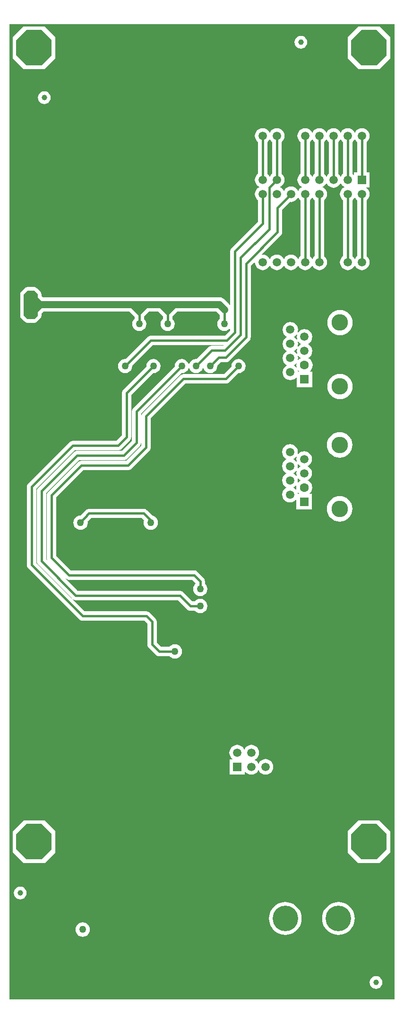
<source format=gbl>
%FSLAX24Y24*%
%MOIN*%
G70*
G01*
G75*
G04 Layer_Physical_Order=2*
G04 Layer_Color=16711680*
%ADD10C,0.0394*%
%ADD11R,0.0354X0.0354*%
%ADD12R,0.0394X0.0945*%
%ADD13R,0.1299X0.0945*%
%ADD14R,0.0532X0.0453*%
%ADD15O,0.0217X0.0689*%
%ADD16O,0.0689X0.0217*%
%ADD17R,0.0472X0.1378*%
%ADD18R,0.0630X0.0236*%
%ADD19R,0.0335X0.0335*%
%ADD20R,0.0610X0.0925*%
%ADD21R,0.0335X0.0669*%
%ADD22R,0.0866X0.0925*%
%ADD23R,0.0394X0.0394*%
%ADD24R,0.0630X0.1181*%
%ADD25O,0.0236X0.0866*%
%ADD26R,0.0492X0.1201*%
%ADD27R,0.2185X0.2559*%
%ADD28R,0.0787X0.2362*%
%ADD29R,0.0532X0.0453*%
%ADD30C,0.0150*%
%ADD31C,0.0300*%
%ADD32C,0.1000*%
%ADD33C,0.0500*%
%ADD34C,0.0250*%
%ADD35C,0.0591*%
%ADD36R,0.0591X0.0591*%
%ADD37C,0.0591*%
%ADD38P,0.2706X8X22.5*%
%ADD39C,0.1800*%
%ADD40C,0.0630*%
%ADD41C,0.1161*%
%ADD42R,0.0591X0.0591*%
%ADD43C,0.0500*%
%ADD44C,0.0394*%
G36*
X54304Y26302D02*
X27153Y26287D01*
Y26287D01*
Y94973D01*
X54304D01*
Y26302D01*
D02*
G37*
%LPC*%
G36*
X36607Y60848D02*
X32757D01*
X32751Y60847D01*
X32744Y60848D01*
X32708Y60842D01*
X32672Y60837D01*
X32666Y60835D01*
X32660Y60833D01*
X32627Y60818D01*
X32593Y60804D01*
X32588Y60800D01*
X32582Y60798D01*
X32554Y60774D01*
X32525Y60752D01*
X32521Y60747D01*
X32516Y60743D01*
X32174Y60373D01*
X32157Y60375D01*
X32027Y60358D01*
X31905Y60307D01*
X31800Y60227D01*
X31720Y60123D01*
X31670Y60001D01*
X31653Y59870D01*
X31670Y59740D01*
X31720Y59618D01*
X31800Y59514D01*
X31905Y59434D01*
X32027Y59383D01*
X32157Y59366D01*
X32288Y59383D01*
X32409Y59434D01*
X32514Y59514D01*
X32594Y59618D01*
X32644Y59740D01*
X32661Y59870D01*
X32654Y59926D01*
X32901Y60193D01*
X36471D01*
X36633Y60031D01*
X36620Y60001D01*
X36603Y59870D01*
X36620Y59740D01*
X36670Y59618D01*
X36750Y59514D01*
X36855Y59434D01*
X36977Y59383D01*
X37107Y59366D01*
X37238Y59383D01*
X37359Y59434D01*
X37464Y59514D01*
X37544Y59618D01*
X37594Y59740D01*
X37611Y59870D01*
X37594Y60001D01*
X37544Y60123D01*
X37464Y60227D01*
X37359Y60307D01*
X37238Y60358D01*
X37233Y60358D01*
X36839Y60752D01*
X36771Y60804D01*
X36731Y60821D01*
X36692Y60837D01*
X36650Y60843D01*
X36607Y60848D01*
D02*
G37*
G36*
X50432Y66240D02*
X50258Y66222D01*
X50090Y66171D01*
X49935Y66089D01*
X49800Y65978D01*
X49689Y65842D01*
X49606Y65688D01*
X49555Y65520D01*
X49538Y65345D01*
X49555Y65171D01*
X49606Y65003D01*
X49689Y64849D01*
X49800Y64713D01*
X49935Y64602D01*
X50090Y64519D01*
X50258Y64469D01*
X50432Y64451D01*
X50607Y64469D01*
X50774Y64519D01*
X50929Y64602D01*
X51064Y64713D01*
X51175Y64849D01*
X51258Y65003D01*
X51309Y65171D01*
X51326Y65345D01*
X51309Y65520D01*
X51258Y65688D01*
X51175Y65842D01*
X51064Y65978D01*
X50929Y66089D01*
X50774Y66171D01*
X50607Y66222D01*
X50432Y66240D01*
D02*
G37*
G36*
Y61740D02*
X50258Y61722D01*
X50090Y61671D01*
X49935Y61589D01*
X49800Y61478D01*
X49689Y61342D01*
X49606Y61188D01*
X49555Y61020D01*
X49538Y60845D01*
X49555Y60671D01*
X49606Y60503D01*
X49689Y60349D01*
X49800Y60213D01*
X49935Y60102D01*
X50090Y60019D01*
X50258Y59969D01*
X50432Y59951D01*
X50607Y59969D01*
X50774Y60019D01*
X50929Y60102D01*
X51064Y60213D01*
X51175Y60349D01*
X51258Y60503D01*
X51309Y60671D01*
X51326Y60845D01*
X51309Y61020D01*
X51258Y61188D01*
X51175Y61342D01*
X51064Y61478D01*
X50929Y61589D01*
X50774Y61671D01*
X50607Y61722D01*
X50432Y61740D01*
D02*
G37*
G36*
X46932Y65395D02*
X46790Y65377D01*
X46657Y65322D01*
X46543Y65234D01*
X46456Y65120D01*
X46401Y64988D01*
X46382Y64845D01*
X46401Y64703D01*
X46456Y64570D01*
X46543Y64457D01*
X46657Y64369D01*
X46714Y64345D01*
Y64345D01*
D01*
D01*
D01*
X46657Y64322D01*
X46543Y64234D01*
X46456Y64120D01*
X46401Y63988D01*
X46382Y63845D01*
X46401Y63703D01*
X46456Y63570D01*
X46543Y63457D01*
X46657Y63369D01*
X46714Y63345D01*
Y63345D01*
D01*
D01*
D01*
X46657Y63322D01*
X46543Y63234D01*
X46456Y63120D01*
X46401Y62988D01*
X46382Y62845D01*
X46401Y62703D01*
X46456Y62570D01*
X46543Y62457D01*
X46657Y62369D01*
X46714Y62345D01*
Y62345D01*
D01*
D01*
D01*
X46657Y62322D01*
X46543Y62234D01*
X46456Y62120D01*
X46401Y61988D01*
X46382Y61845D01*
X46401Y61703D01*
X46456Y61570D01*
X46543Y61457D01*
X46657Y61369D01*
X46790Y61314D01*
X46932Y61295D01*
X47074Y61314D01*
X47207Y61369D01*
X47321Y61457D01*
X47387Y61542D01*
D01*
Y60800D01*
X48477D01*
Y61891D01*
X48268D01*
D01*
X48335Y61943D01*
X48426Y62061D01*
X48483Y62198D01*
X48502Y62345D01*
X48483Y62493D01*
X48426Y62630D01*
X48335Y62748D01*
X48217Y62839D01*
X48176Y62856D01*
X48176Y62856D01*
X48207Y62869D01*
X48321Y62957D01*
X48408Y63070D01*
X48463Y63203D01*
X48482Y63345D01*
X48463Y63488D01*
X48408Y63620D01*
X48321Y63734D01*
X48207Y63822D01*
X48150Y63845D01*
X48150D01*
X48207Y63869D01*
X48321Y63957D01*
X48408Y64070D01*
X48463Y64203D01*
X48482Y64345D01*
X48463Y64488D01*
X48408Y64620D01*
X48321Y64734D01*
X48207Y64822D01*
X48074Y64877D01*
X47932Y64895D01*
X47790Y64877D01*
X47657Y64822D01*
X47543Y64734D01*
X47456Y64620D01*
X47401Y64488D01*
X47382Y64345D01*
X47401Y64203D01*
X47456Y64070D01*
X47543Y63957D01*
X47657Y63869D01*
X47714Y63845D01*
Y63845D01*
D01*
D01*
D01*
X47657Y63822D01*
X47543Y63734D01*
X47456Y63620D01*
X47401Y63488D01*
X47382Y63345D01*
X47401Y63203D01*
X47456Y63070D01*
X47543Y62957D01*
X47657Y62869D01*
X47689Y62856D01*
D01*
D01*
Y62856D01*
D01*
X47647Y62839D01*
X47529Y62748D01*
X47439Y62630D01*
X47382Y62493D01*
X47362Y62345D01*
X47382Y62198D01*
X47439Y62061D01*
X47529Y61943D01*
X47597Y61891D01*
Y61891D01*
X47597D01*
X47597D01*
X47476D01*
X47463Y61988D01*
X47408Y62120D01*
X47321Y62234D01*
X47207Y62322D01*
X47150Y62345D01*
X47150D01*
X47207Y62369D01*
X47321Y62457D01*
X47408Y62570D01*
X47463Y62703D01*
X47482Y62845D01*
X47463Y62988D01*
X47408Y63120D01*
X47321Y63234D01*
X47207Y63322D01*
X47150Y63345D01*
X47150D01*
X47207Y63369D01*
X47321Y63457D01*
X47408Y63570D01*
X47463Y63703D01*
X47482Y63845D01*
X47463Y63988D01*
X47408Y64120D01*
X47321Y64234D01*
X47207Y64322D01*
X47150Y64345D01*
X47150D01*
X47207Y64369D01*
X47321Y64457D01*
X47408Y64570D01*
X47463Y64703D01*
X47482Y64845D01*
X47463Y64988D01*
X47408Y65120D01*
X47321Y65234D01*
X47207Y65322D01*
X47074Y65377D01*
X46932Y65395D01*
D02*
G37*
G36*
X37300Y71397D02*
X37169Y71380D01*
X37048Y71329D01*
X36943Y71249D01*
X36863Y71145D01*
X36813Y71023D01*
X36796Y70893D01*
X36800Y70857D01*
X35168Y69224D01*
X35116Y69156D01*
X35100Y69117D01*
X35083Y69077D01*
X35078Y69035D01*
X35072Y68993D01*
Y66036D01*
X34664Y65628D01*
X31600D01*
X31515Y65617D01*
X31436Y65584D01*
X31398Y65554D01*
X31368Y65532D01*
X28468Y62632D01*
X28416Y62564D01*
X28400Y62524D01*
X28383Y62485D01*
X28378Y62442D01*
X28372Y62400D01*
Y56900D01*
X28378Y56858D01*
X28383Y56815D01*
X28400Y56776D01*
X28416Y56736D01*
X28468Y56668D01*
X28468Y56668D01*
X28468Y56668D01*
X32068Y53068D01*
X32136Y53016D01*
X32215Y52983D01*
X32300Y52972D01*
X36664D01*
X36872Y52764D01*
Y51300D01*
X36878Y51258D01*
X36883Y51215D01*
X36900Y51176D01*
X36916Y51136D01*
X36968Y51068D01*
X36968Y51068D01*
X36968Y51068D01*
X37468Y50568D01*
X37536Y50516D01*
X37615Y50483D01*
X37700Y50472D01*
X38431D01*
X38453Y50443D01*
X38558Y50363D01*
X38679Y50313D01*
X38810Y50296D01*
X38941Y50313D01*
X39062Y50363D01*
X39167Y50443D01*
X39247Y50548D01*
X39297Y50669D01*
X39314Y50800D01*
X39297Y50931D01*
X39247Y51052D01*
X39167Y51157D01*
X39062Y51237D01*
X38941Y51287D01*
X38810Y51304D01*
X38679Y51287D01*
X38558Y51237D01*
X38453Y51157D01*
X38431Y51128D01*
X37836D01*
X37528Y51436D01*
Y52900D01*
X37518Y52975D01*
X37517Y52985D01*
X37507Y53008D01*
X37484Y53064D01*
X37454Y53102D01*
X37432Y53132D01*
X37032Y53532D01*
X36964Y53584D01*
X36924Y53600D01*
X36885Y53617D01*
X36842Y53622D01*
X36800Y53628D01*
X32436D01*
X29028Y57036D01*
Y62264D01*
X31736Y64972D01*
X34800D01*
X34842Y64978D01*
X34885Y64983D01*
X34924Y65000D01*
X34964Y65016D01*
X35032Y65068D01*
X35032Y65068D01*
X35032Y65068D01*
X35632Y65668D01*
X35654Y65698D01*
X35684Y65736D01*
X35700Y65776D01*
X35717Y65815D01*
X35722Y65858D01*
X35728Y65900D01*
Y68857D01*
X37264Y70393D01*
X37300Y70388D01*
X37431Y70405D01*
X37552Y70456D01*
X37657Y70536D01*
X37737Y70640D01*
X37787Y70762D01*
X37804Y70893D01*
X37787Y71023D01*
X37737Y71145D01*
X37657Y71249D01*
X37552Y71329D01*
X37431Y71380D01*
X37300Y71397D01*
D02*
G37*
G36*
X43300Y71397D02*
X43169Y71380D01*
X43048Y71329D01*
X42943Y71249D01*
X42863Y71145D01*
X42813Y71023D01*
X42796Y70893D01*
X42800Y70857D01*
X42272Y70328D01*
X39400D01*
X39315Y70317D01*
X39259Y70293D01*
X39236Y70284D01*
X39207Y70261D01*
X39168Y70232D01*
X36543Y67607D01*
X36491Y67539D01*
X36475Y67499D01*
X36458Y67460D01*
X36453Y67417D01*
X36447Y67375D01*
Y65311D01*
X35364Y64228D01*
X32200D01*
X32125Y64218D01*
X32115Y64217D01*
X32092Y64207D01*
X32036Y64184D01*
X31998Y64154D01*
X31968Y64132D01*
X29868Y62032D01*
X29816Y61964D01*
X29800Y61924D01*
X29783Y61885D01*
X29778Y61842D01*
X29772Y61800D01*
Y57400D01*
X29778Y57358D01*
X29783Y57315D01*
X29800Y57276D01*
X29816Y57236D01*
X29868Y57168D01*
X29868Y57168D01*
X29868Y57168D01*
X31098Y55939D01*
X31109Y55930D01*
X31166Y55887D01*
X31245Y55854D01*
X31330Y55843D01*
X40046D01*
X40272Y55616D01*
Y55579D01*
X40243Y55557D01*
X40163Y55452D01*
X40113Y55331D01*
X40096Y55200D01*
X40113Y55069D01*
X40163Y54948D01*
X40243Y54843D01*
X40348Y54763D01*
X40469Y54713D01*
X40600Y54696D01*
X40731Y54713D01*
X40852Y54763D01*
X40957Y54843D01*
X41037Y54948D01*
X41087Y55069D01*
X41104Y55200D01*
X41087Y55331D01*
X41037Y55452D01*
X40957Y55557D01*
X40928Y55579D01*
Y55752D01*
X40917Y55837D01*
X40893Y55893D01*
X40884Y55916D01*
X40861Y55945D01*
X40832Y55984D01*
X40413Y56402D01*
X40345Y56454D01*
X40266Y56487D01*
X40182Y56498D01*
X40182Y56498D01*
X31465D01*
X30428Y57536D01*
Y61664D01*
X32336Y63572D01*
X35500D01*
X35542Y63578D01*
X35585Y63583D01*
X35624Y63600D01*
X35664Y63616D01*
X35732Y63668D01*
X35732Y63668D01*
X35732Y63668D01*
X37007Y64943D01*
X37029Y64973D01*
X37059Y65011D01*
X37092Y65090D01*
X37103Y65175D01*
Y67239D01*
X39536Y69672D01*
X42407D01*
X42450Y69678D01*
X42492Y69683D01*
X42532Y69700D01*
X42571Y69716D01*
X42639Y69768D01*
X42639Y69768D01*
X42639Y69768D01*
X43264Y70393D01*
X43300Y70388D01*
X43431Y70405D01*
X43552Y70456D01*
X43657Y70536D01*
X43737Y70640D01*
X43787Y70762D01*
X43804Y70893D01*
X43787Y71023D01*
X43737Y71145D01*
X43657Y71249D01*
X43552Y71329D01*
X43431Y71380D01*
X43300Y71397D01*
D02*
G37*
G36*
X50457Y70348D02*
X50283Y70331D01*
X50115Y70280D01*
X49961Y70198D01*
X49825Y70087D01*
X49714Y69951D01*
X49631Y69796D01*
X49581Y69629D01*
X49563Y69454D01*
X49581Y69280D01*
X49631Y69112D01*
X49714Y68958D01*
X49825Y68822D01*
X49961Y68711D01*
X50115Y68628D01*
X50283Y68577D01*
X50457Y68560D01*
X50632Y68577D01*
X50800Y68628D01*
X50954Y68711D01*
X51090Y68822D01*
X51201Y68958D01*
X51283Y69112D01*
X51334Y69280D01*
X51352Y69454D01*
X51334Y69629D01*
X51283Y69796D01*
X51201Y69951D01*
X51090Y70087D01*
X50954Y70198D01*
X50800Y70280D01*
X50632Y70331D01*
X50457Y70348D01*
D02*
G37*
G36*
X46957Y74004D02*
X46815Y73986D01*
X46682Y73931D01*
X46569Y73843D01*
X46481Y73729D01*
X46426Y73597D01*
X46407Y73454D01*
X46426Y73312D01*
X46481Y73179D01*
X46569Y73065D01*
X46682Y72978D01*
X46740Y72954D01*
Y72954D01*
D01*
D01*
D01*
X46682Y72931D01*
X46569Y72843D01*
X46481Y72729D01*
X46426Y72597D01*
X46407Y72454D01*
X46426Y72312D01*
X46481Y72179D01*
X46569Y72065D01*
X46682Y71978D01*
X46740Y71954D01*
Y71954D01*
D01*
D01*
D01*
X46682Y71931D01*
X46569Y71843D01*
X46481Y71729D01*
X46426Y71597D01*
X46407Y71454D01*
X46426Y71312D01*
X46481Y71179D01*
X46569Y71065D01*
X46682Y70978D01*
X46740Y70954D01*
Y70954D01*
D01*
D01*
D01*
X46682Y70931D01*
X46569Y70843D01*
X46481Y70729D01*
X46426Y70597D01*
X46407Y70454D01*
X46426Y70312D01*
X46481Y70179D01*
X46569Y70065D01*
X46682Y69978D01*
X46815Y69923D01*
X46957Y69904D01*
X47100Y69923D01*
X47232Y69978D01*
X47346Y70065D01*
X47412Y70151D01*
D01*
Y69409D01*
X48503D01*
Y70500D01*
X48293D01*
D01*
X48360Y70551D01*
X48451Y70669D01*
X48508Y70807D01*
X48527Y70954D01*
X48508Y71102D01*
X48451Y71239D01*
X48360Y71357D01*
X48242Y71448D01*
X48201Y71465D01*
X48201Y71465D01*
X48232Y71478D01*
X48346Y71565D01*
X48434Y71679D01*
X48489Y71812D01*
X48507Y71954D01*
X48489Y72097D01*
X48434Y72229D01*
X48346Y72343D01*
X48232Y72431D01*
X48175Y72454D01*
X48175D01*
X48232Y72478D01*
X48346Y72565D01*
X48434Y72679D01*
X48489Y72812D01*
X48507Y72954D01*
X48489Y73097D01*
X48434Y73229D01*
X48346Y73343D01*
X48232Y73431D01*
X48100Y73486D01*
X47957Y73504D01*
X47815Y73486D01*
X47682Y73431D01*
X47569Y73343D01*
X47481Y73229D01*
X47426Y73097D01*
X47407Y72954D01*
X47426Y72812D01*
X47481Y72679D01*
X47569Y72565D01*
X47682Y72478D01*
X47740Y72454D01*
Y72454D01*
D01*
D01*
D01*
X47682Y72431D01*
X47569Y72343D01*
X47481Y72229D01*
X47426Y72097D01*
X47407Y71954D01*
X47426Y71812D01*
X47481Y71679D01*
X47569Y71565D01*
X47682Y71478D01*
X47714Y71465D01*
D01*
D01*
Y71465D01*
D01*
X47673Y71448D01*
X47555Y71357D01*
X47464Y71239D01*
X47407Y71102D01*
X47388Y70954D01*
X47407Y70807D01*
X47464Y70669D01*
X47555Y70551D01*
X47622Y70500D01*
Y70500D01*
X47622D01*
X47622D01*
X47501D01*
X47489Y70597D01*
X47434Y70729D01*
X47346Y70843D01*
X47232Y70931D01*
X47175Y70954D01*
X47175D01*
X47232Y70978D01*
X47346Y71065D01*
X47434Y71179D01*
X47489Y71312D01*
X47507Y71454D01*
X47489Y71597D01*
X47434Y71729D01*
X47346Y71843D01*
X47232Y71931D01*
X47175Y71954D01*
X47232Y71978D01*
X47346Y72065D01*
X47434Y72179D01*
X47489Y72312D01*
X47507Y72454D01*
X47489Y72597D01*
X47434Y72729D01*
X47346Y72843D01*
X47232Y72931D01*
X47175Y72954D01*
X47175D01*
X47232Y72978D01*
X47346Y73065D01*
X47434Y73179D01*
X47489Y73312D01*
X47507Y73454D01*
X47489Y73597D01*
X47434Y73729D01*
X47346Y73843D01*
X47232Y73931D01*
X47100Y73986D01*
X46957Y74004D01*
D02*
G37*
G36*
X46600Y33154D02*
X46420Y33139D01*
X46244Y33097D01*
X46076Y33028D01*
X45922Y32933D01*
X45784Y32816D01*
X45667Y32678D01*
X45572Y32524D01*
X45503Y32356D01*
X45461Y32180D01*
X45446Y32000D01*
X45461Y31820D01*
X45503Y31644D01*
X45572Y31476D01*
X45667Y31322D01*
X45784Y31184D01*
X45922Y31067D01*
X46076Y30972D01*
X46244Y30903D01*
X46420Y30861D01*
X46600Y30846D01*
X46780Y30861D01*
X46956Y30903D01*
X47124Y30972D01*
X47278Y31067D01*
X47416Y31184D01*
X47533Y31322D01*
X47628Y31476D01*
X47697Y31644D01*
X47739Y31820D01*
X47754Y32000D01*
X47739Y32180D01*
X47697Y32356D01*
X47628Y32524D01*
X47533Y32678D01*
X47416Y32816D01*
X47278Y32933D01*
X47124Y33028D01*
X46956Y33097D01*
X46780Y33139D01*
X46600Y33154D01*
D02*
G37*
G36*
X50350D02*
X50170Y33139D01*
X49994Y33097D01*
X49826Y33028D01*
X49672Y32933D01*
X49534Y32816D01*
X49417Y32678D01*
X49322Y32524D01*
X49253Y32356D01*
X49211Y32180D01*
X49196Y32000D01*
X49211Y31820D01*
X49253Y31644D01*
X49322Y31476D01*
X49417Y31322D01*
X49534Y31184D01*
X49672Y31067D01*
X49826Y30972D01*
X49994Y30903D01*
X50170Y30861D01*
X50350Y30846D01*
X50530Y30861D01*
X50706Y30903D01*
X50874Y30972D01*
X51028Y31067D01*
X51166Y31184D01*
X51283Y31322D01*
X51378Y31476D01*
X51447Y31644D01*
X51489Y31820D01*
X51504Y32000D01*
X51489Y32180D01*
X51447Y32356D01*
X51378Y32524D01*
X51283Y32678D01*
X51166Y32816D01*
X51028Y32933D01*
X50874Y33028D01*
X50706Y33097D01*
X50530Y33139D01*
X50350Y33154D01*
D02*
G37*
G36*
X53000Y27951D02*
X52883Y27935D01*
X52775Y27890D01*
X52681Y27819D01*
X52610Y27725D01*
X52565Y27617D01*
X52549Y27500D01*
X52565Y27383D01*
X52610Y27275D01*
X52681Y27181D01*
X52775Y27110D01*
X52883Y27065D01*
X53000Y27049D01*
X53117Y27065D01*
X53225Y27110D01*
X53319Y27181D01*
X53390Y27275D01*
X53435Y27383D01*
X53451Y27500D01*
X53435Y27617D01*
X53390Y27725D01*
X53319Y27819D01*
X53225Y27890D01*
X53117Y27935D01*
X53000Y27951D01*
D02*
G37*
G36*
X32307Y31725D02*
X32177Y31708D01*
X32055Y31657D01*
X31950Y31577D01*
X31870Y31473D01*
X31820Y31351D01*
X31803Y31220D01*
X31820Y31090D01*
X31870Y30968D01*
X31950Y30864D01*
X32055Y30784D01*
X32177Y30733D01*
X32307Y30716D01*
X32438Y30733D01*
X32559Y30784D01*
X32664Y30864D01*
X32744Y30968D01*
X32794Y31090D01*
X32811Y31220D01*
X32794Y31351D01*
X32744Y31473D01*
X32664Y31577D01*
X32559Y31657D01*
X32438Y31708D01*
X32307Y31725D01*
D02*
G37*
G36*
X53250Y38902D02*
X51750D01*
X51000Y38152D01*
Y36652D01*
X51750Y35902D01*
X53250D01*
X54000Y36652D01*
Y38152D01*
X53250Y38902D01*
D02*
G37*
G36*
X44207Y44220D02*
X44065Y44202D01*
X43932Y44147D01*
X43818Y44059D01*
X43731Y43945D01*
X43707Y43888D01*
D01*
D01*
D01*
X43707D01*
X43683Y43945D01*
X43596Y44059D01*
X43482Y44147D01*
X43349Y44202D01*
X43207Y44220D01*
X43065Y44202D01*
X42932Y44147D01*
X42818Y44059D01*
X42731Y43945D01*
X42676Y43813D01*
X42657Y43670D01*
X42676Y43528D01*
X42731Y43395D01*
X42818Y43282D01*
X42904Y43216D01*
X42904Y43216D01*
X42904D01*
D01*
X42662D01*
Y42125D01*
X43752D01*
Y42367D01*
X43752D01*
D01*
X43818Y42282D01*
X43932Y42194D01*
X44065Y42139D01*
X44207Y42120D01*
X44349Y42139D01*
X44482Y42194D01*
X44596Y42282D01*
X44683Y42395D01*
X44707Y42453D01*
Y42453D01*
X44731Y42395D01*
X44818Y42282D01*
X44932Y42194D01*
X45065Y42139D01*
X45207Y42120D01*
X45349Y42139D01*
X45482Y42194D01*
X45596Y42282D01*
X45683Y42395D01*
X45738Y42528D01*
X45757Y42670D01*
X45738Y42813D01*
X45683Y42945D01*
X45596Y43059D01*
X45482Y43147D01*
X45349Y43202D01*
X45207Y43220D01*
X45065Y43202D01*
X44932Y43147D01*
X44818Y43059D01*
X44731Y42945D01*
X44707Y42888D01*
D01*
D01*
D01*
X44707D01*
X44683Y42945D01*
X44596Y43059D01*
X44482Y43147D01*
X44425Y43170D01*
X44425D01*
X44482Y43194D01*
X44596Y43282D01*
X44683Y43395D01*
X44738Y43528D01*
X44757Y43670D01*
X44738Y43813D01*
X44683Y43945D01*
X44596Y44059D01*
X44482Y44147D01*
X44349Y44202D01*
X44207Y44220D01*
D02*
G37*
G36*
X27900Y34251D02*
X27783Y34235D01*
X27675Y34190D01*
X27581Y34119D01*
X27510Y34025D01*
X27465Y33917D01*
X27449Y33800D01*
X27465Y33683D01*
X27510Y33575D01*
X27581Y33481D01*
X27675Y33410D01*
X27783Y33365D01*
X27900Y33349D01*
X28017Y33365D01*
X28125Y33410D01*
X28219Y33481D01*
X28290Y33575D01*
X28335Y33683D01*
X28351Y33800D01*
X28335Y33917D01*
X28290Y34025D01*
X28219Y34119D01*
X28125Y34190D01*
X28017Y34235D01*
X27900Y34251D01*
D02*
G37*
G36*
X29628Y38902D02*
X28128D01*
X27378Y38152D01*
Y36652D01*
X28128Y35902D01*
X29628D01*
X30378Y36652D01*
Y38152D01*
X29628Y38902D01*
D02*
G37*
G36*
X53250Y94807D02*
X51750D01*
X51000Y94057D01*
Y92557D01*
X51750Y91807D01*
X53250D01*
X54000Y92557D01*
Y94057D01*
X53250Y94807D01*
D02*
G37*
G36*
X29600Y90251D02*
X29483Y90235D01*
X29375Y90190D01*
X29281Y90119D01*
X29210Y90025D01*
X29165Y89917D01*
X29149Y89800D01*
X29165Y89683D01*
X29210Y89575D01*
X29281Y89481D01*
X29375Y89410D01*
X29483Y89365D01*
X29600Y89349D01*
X29717Y89365D01*
X29825Y89410D01*
X29919Y89481D01*
X29990Y89575D01*
X30035Y89683D01*
X30051Y89800D01*
X30035Y89917D01*
X29990Y90025D01*
X29919Y90119D01*
X29825Y90190D01*
X29717Y90235D01*
X29600Y90251D01*
D02*
G37*
G36*
X52000Y87650D02*
X51858Y87631D01*
X51725Y87576D01*
X51611Y87489D01*
X51524Y87375D01*
X51500Y87318D01*
D01*
D01*
D01*
X51500D01*
X51476Y87375D01*
X51389Y87489D01*
X51275Y87576D01*
X51142Y87631D01*
X51000Y87650D01*
X50858Y87631D01*
X50725Y87576D01*
X50611Y87489D01*
X50524Y87375D01*
X50500Y87318D01*
D01*
D01*
D01*
X50500D01*
X50476Y87375D01*
X50389Y87489D01*
X50275Y87576D01*
X50142Y87631D01*
X50000Y87650D01*
X49858Y87631D01*
X49725Y87576D01*
X49611Y87489D01*
X49524Y87375D01*
X49500Y87318D01*
D01*
D01*
D01*
X49500D01*
X49476Y87375D01*
X49389Y87489D01*
X49275Y87576D01*
X49142Y87631D01*
X49000Y87650D01*
X48858Y87631D01*
X48725Y87576D01*
X48611Y87489D01*
X48524Y87375D01*
X48500Y87318D01*
D01*
D01*
D01*
X48500D01*
X48476Y87375D01*
X48389Y87489D01*
X48275Y87576D01*
X48142Y87631D01*
X48000Y87650D01*
X47858Y87631D01*
X47725Y87576D01*
X47611Y87489D01*
X47524Y87375D01*
X47469Y87242D01*
X47450Y87100D01*
X47469Y86958D01*
X47524Y86825D01*
X47611Y86711D01*
X47672Y86664D01*
Y84436D01*
X47611Y84389D01*
X47524Y84275D01*
X47469Y84142D01*
X47450Y84000D01*
X47469Y83858D01*
X47524Y83725D01*
X47611Y83611D01*
X47725Y83524D01*
X47782Y83500D01*
Y83500D01*
D01*
D01*
D01*
X47725Y83476D01*
X47611Y83389D01*
X47524Y83275D01*
X47500Y83218D01*
D01*
D01*
D01*
X47500D01*
X47476Y83275D01*
X47389Y83389D01*
X47275Y83476D01*
X47142Y83531D01*
X47000Y83550D01*
X46858Y83531D01*
X46725Y83476D01*
X46611Y83389D01*
X46524Y83275D01*
X46500Y83218D01*
D01*
D01*
D01*
X46500D01*
X46476Y83275D01*
X46389Y83389D01*
X46275Y83476D01*
X46218Y83500D01*
X46218D01*
X46275Y83524D01*
X46389Y83611D01*
X46476Y83725D01*
X46531Y83858D01*
X46550Y84000D01*
X46531Y84142D01*
X46476Y84275D01*
X46389Y84389D01*
X46328Y84436D01*
Y86664D01*
X46389Y86711D01*
X46476Y86825D01*
X46531Y86958D01*
X46550Y87100D01*
X46531Y87242D01*
X46476Y87375D01*
X46389Y87489D01*
X46275Y87576D01*
X46142Y87631D01*
X46000Y87650D01*
X45858Y87631D01*
X45725Y87576D01*
X45611Y87489D01*
X45524Y87375D01*
X45500Y87318D01*
D01*
D01*
D01*
X45500D01*
X45476Y87375D01*
X45389Y87489D01*
X45275Y87576D01*
X45142Y87631D01*
X45000Y87650D01*
X44858Y87631D01*
X44725Y87576D01*
X44611Y87489D01*
X44524Y87375D01*
X44469Y87242D01*
X44450Y87100D01*
X44469Y86958D01*
X44524Y86825D01*
X44611Y86711D01*
X44672Y86664D01*
Y84436D01*
X44611Y84389D01*
X44524Y84275D01*
X44469Y84142D01*
X44450Y84000D01*
X44469Y83858D01*
X44524Y83725D01*
X44611Y83611D01*
X44725Y83524D01*
X44782Y83500D01*
Y83500D01*
D01*
D01*
D01*
X44725Y83476D01*
X44611Y83389D01*
X44524Y83275D01*
X44469Y83142D01*
X44450Y83000D01*
X44469Y82858D01*
X44524Y82725D01*
X44611Y82611D01*
X44672Y82564D01*
Y81057D01*
X42808Y79193D01*
X42756Y79125D01*
X42740Y79086D01*
X42723Y79046D01*
X42718Y79004D01*
X42712Y78961D01*
Y75154D01*
D01*
Y75154D01*
X42712Y75154D01*
X42657Y75227D01*
X42292Y75591D01*
X42188Y75671D01*
X42066Y75721D01*
X41936Y75739D01*
X29490D01*
X29402Y75828D01*
Y75950D01*
X29383Y76048D01*
X29327Y76130D01*
X29077Y76380D01*
X28995Y76435D01*
X28897Y76455D01*
X28397D01*
X28300Y76435D01*
X28217Y76380D01*
X27967Y76130D01*
X27912Y76048D01*
X27892Y75950D01*
Y74450D01*
X27912Y74352D01*
X27967Y74270D01*
X28217Y74020D01*
X28300Y73965D01*
X28397Y73945D01*
X28897D01*
X28995Y73965D01*
X29077Y74020D01*
X29327Y74270D01*
X29383Y74352D01*
X29402Y74450D01*
Y74589D01*
X29543Y74730D01*
X35620D01*
X35972Y74377D01*
Y74239D01*
X35943Y74217D01*
X35863Y74112D01*
X35813Y73991D01*
X35796Y73860D01*
X35813Y73729D01*
X35863Y73608D01*
X35943Y73503D01*
X36048Y73423D01*
X36169Y73373D01*
X36300Y73356D01*
X36431Y73373D01*
X36552Y73423D01*
X36657Y73503D01*
X36737Y73608D01*
X36787Y73729D01*
X36804Y73860D01*
X36787Y73991D01*
X36737Y74112D01*
X36657Y74217D01*
X36628Y74239D01*
Y74394D01*
X36970Y74730D01*
X37627D01*
X37972Y74385D01*
Y74236D01*
X37943Y74214D01*
X37863Y74110D01*
X37813Y73988D01*
X37796Y73857D01*
X37813Y73727D01*
X37863Y73605D01*
X37943Y73501D01*
X38048Y73421D01*
X38169Y73370D01*
X38300Y73353D01*
X38431Y73370D01*
X38552Y73421D01*
X38657Y73501D01*
X38737Y73605D01*
X38787Y73727D01*
X38804Y73857D01*
X38787Y73988D01*
X38737Y74110D01*
X38657Y74214D01*
X38628Y74236D01*
Y74402D01*
X38962Y74730D01*
X41727D01*
X41943Y74513D01*
X41972Y74491D01*
Y74239D01*
X41943Y74217D01*
X41863Y74112D01*
X41813Y73991D01*
X41796Y73860D01*
X41813Y73729D01*
X41863Y73608D01*
X41943Y73503D01*
X42048Y73423D01*
X42169Y73373D01*
X42300Y73356D01*
X42431Y73373D01*
X42552Y73423D01*
X42657Y73503D01*
X42712Y73576D01*
Y73576D01*
Y73406D01*
X42334Y73028D01*
X37107D01*
X37065Y73022D01*
X37023Y73017D01*
X36983Y73000D01*
X36944Y72984D01*
X36876Y72932D01*
X35336Y71392D01*
X35300Y71397D01*
X35169Y71380D01*
X35048Y71329D01*
X34943Y71249D01*
X34863Y71145D01*
X34813Y71023D01*
X34796Y70893D01*
X34813Y70762D01*
X34863Y70640D01*
X34943Y70536D01*
X35048Y70456D01*
X35169Y70405D01*
X35300Y70388D01*
X35431Y70405D01*
X35552Y70456D01*
X35657Y70536D01*
X35737Y70640D01*
X35787Y70762D01*
X35804Y70893D01*
X35800Y70929D01*
X37243Y72372D01*
X42249D01*
D01*
Y72372D01*
X42204Y72328D01*
X41407D01*
X41323Y72317D01*
X41267Y72293D01*
X41244Y72284D01*
X41214Y72261D01*
X41176Y72232D01*
X40336Y71392D01*
X40300Y71397D01*
X40169Y71380D01*
X40048Y71329D01*
X39943Y71249D01*
X39863Y71145D01*
X39813Y71023D01*
X39800Y70925D01*
D01*
D01*
D01*
D01*
X39787Y71023D01*
X39737Y71145D01*
X39657Y71249D01*
X39552Y71329D01*
X39431Y71380D01*
X39300Y71397D01*
X39169Y71380D01*
X39048Y71329D01*
X38943Y71249D01*
X38863Y71145D01*
X38813Y71023D01*
X38796Y70893D01*
X38800Y70857D01*
X35868Y67924D01*
X35816Y67856D01*
X35800Y67817D01*
X35783Y67777D01*
X35778Y67735D01*
X35772Y67693D01*
Y65636D01*
X35064Y64928D01*
X31900D01*
X31858Y64922D01*
X31815Y64917D01*
X31776Y64900D01*
X31736Y64884D01*
X31668Y64832D01*
X29168Y62332D01*
X29116Y62264D01*
X29100Y62224D01*
X29083Y62185D01*
X29078Y62142D01*
X29072Y62100D01*
Y57153D01*
X29078Y57111D01*
X29083Y57068D01*
X29100Y57029D01*
X29116Y56989D01*
X29168Y56921D01*
X31581Y54508D01*
X31611Y54486D01*
X31649Y54456D01*
X31689Y54440D01*
X31728Y54423D01*
X31771Y54418D01*
X31813Y54412D01*
X39024D01*
X39668Y53768D01*
X39668D01*
X39668D01*
D01*
X39668Y53768D01*
D01*
X39736Y53716D01*
X39776Y53700D01*
X39815Y53683D01*
X39858Y53678D01*
X39900Y53672D01*
X40221D01*
X40243Y53643D01*
X40348Y53563D01*
X40469Y53513D01*
X40600Y53496D01*
X40731Y53513D01*
X40852Y53563D01*
X40957Y53643D01*
X41037Y53748D01*
X41087Y53869D01*
X41104Y54000D01*
X41087Y54131D01*
X41037Y54252D01*
X40957Y54357D01*
X40852Y54437D01*
X40731Y54487D01*
X40600Y54504D01*
X40469Y54487D01*
X40348Y54437D01*
X40243Y54357D01*
X40221Y54328D01*
X40036D01*
X39392Y54972D01*
X39324Y55024D01*
X39284Y55040D01*
X39245Y55057D01*
X39202Y55062D01*
X39160Y55068D01*
X31949D01*
X29728Y57289D01*
Y61964D01*
X32036Y64272D01*
X35200D01*
X35242Y64278D01*
X35285Y64283D01*
X35324Y64300D01*
X35364Y64316D01*
X35432Y64368D01*
X36332Y65268D01*
X36354Y65298D01*
X36384Y65336D01*
X36417Y65415D01*
X36428Y65500D01*
Y67557D01*
X39264Y70393D01*
X39300Y70388D01*
X39431Y70405D01*
X39552Y70456D01*
X39657Y70536D01*
X39737Y70640D01*
X39787Y70762D01*
X39800Y70860D01*
D01*
X39813Y70762D01*
X39863Y70640D01*
X39943Y70536D01*
X40048Y70456D01*
X40169Y70405D01*
X40300Y70388D01*
X40431Y70405D01*
X40552Y70456D01*
X40657Y70536D01*
X40737Y70640D01*
X40787Y70762D01*
X40800Y70860D01*
D01*
X40813Y70762D01*
X40863Y70640D01*
X40943Y70536D01*
X41048Y70456D01*
X41169Y70405D01*
X41300Y70388D01*
X41431Y70405D01*
X41552Y70456D01*
X41657Y70536D01*
X41737Y70640D01*
X41787Y70762D01*
X41804Y70893D01*
X41800Y70929D01*
X42043Y71172D01*
X42410D01*
X42452Y71178D01*
X42495Y71183D01*
X42534Y71200D01*
X42574Y71216D01*
X42642Y71268D01*
X44072Y72698D01*
X44094Y72728D01*
X44124Y72766D01*
X44157Y72845D01*
X44168Y72930D01*
Y77974D01*
X44459Y78265D01*
D01*
X44450Y78200D01*
X44469Y78058D01*
X44524Y77925D01*
X44611Y77811D01*
X44725Y77724D01*
X44858Y77669D01*
X45000Y77650D01*
X45142Y77669D01*
X45275Y77724D01*
X45389Y77811D01*
X45476Y77925D01*
X45500Y77982D01*
Y77982D01*
X45524Y77925D01*
X45611Y77811D01*
X45725Y77724D01*
X45858Y77669D01*
X46000Y77650D01*
X46142Y77669D01*
X46275Y77724D01*
X46389Y77811D01*
X46476Y77925D01*
X46500Y77982D01*
Y77982D01*
X46524Y77925D01*
X46611Y77811D01*
X46725Y77724D01*
X46858Y77669D01*
X47000Y77650D01*
X47142Y77669D01*
X47275Y77724D01*
X47389Y77811D01*
X47476Y77925D01*
X47500Y77982D01*
Y77982D01*
X47524Y77925D01*
X47611Y77811D01*
X47725Y77724D01*
X47858Y77669D01*
X48000Y77650D01*
X48142Y77669D01*
X48275Y77724D01*
X48389Y77811D01*
X48476Y77925D01*
X48500Y77982D01*
Y77982D01*
X48524Y77925D01*
X48611Y77811D01*
X48725Y77724D01*
X48858Y77669D01*
X49000Y77650D01*
X49142Y77669D01*
X49275Y77724D01*
X49389Y77811D01*
X49476Y77925D01*
X49531Y78058D01*
X49550Y78200D01*
X49531Y78342D01*
X49476Y78475D01*
X49389Y78589D01*
X49328Y78636D01*
Y82564D01*
X49389Y82611D01*
X49476Y82725D01*
X49531Y82858D01*
X49550Y83000D01*
X49531Y83142D01*
X49476Y83275D01*
X49389Y83389D01*
X49275Y83476D01*
X49218Y83500D01*
X49218D01*
X49275Y83524D01*
X49389Y83611D01*
X49476Y83725D01*
X49500Y83782D01*
Y83782D01*
X49524Y83725D01*
X49611Y83611D01*
X49725Y83524D01*
X49858Y83469D01*
X50000Y83450D01*
X50142Y83469D01*
X50275Y83524D01*
X50389Y83611D01*
X50476Y83725D01*
X50500Y83782D01*
Y83782D01*
X50524Y83725D01*
X50611Y83611D01*
X50725Y83524D01*
X50782Y83500D01*
Y83500D01*
D01*
D01*
D01*
X50725Y83476D01*
X50611Y83389D01*
X50524Y83275D01*
X50469Y83142D01*
X50450Y83000D01*
X50469Y82858D01*
X50524Y82725D01*
X50611Y82611D01*
X50672Y82564D01*
Y78636D01*
X50611Y78589D01*
X50524Y78475D01*
X50469Y78342D01*
X50450Y78200D01*
X50469Y78058D01*
X50524Y77925D01*
X50611Y77811D01*
X50725Y77724D01*
X50858Y77669D01*
X51000Y77650D01*
X51142Y77669D01*
X51275Y77724D01*
X51389Y77811D01*
X51476Y77925D01*
X51500Y77982D01*
Y77982D01*
X51524Y77925D01*
X51611Y77811D01*
X51725Y77724D01*
X51858Y77669D01*
X52000Y77650D01*
X52142Y77669D01*
X52275Y77724D01*
X52389Y77811D01*
X52476Y77925D01*
X52531Y78058D01*
X52550Y78200D01*
X52531Y78342D01*
X52476Y78475D01*
X52389Y78589D01*
X52328Y78636D01*
Y82564D01*
X52389Y82611D01*
X52476Y82725D01*
X52531Y82858D01*
X52550Y83000D01*
X52531Y83142D01*
X52476Y83275D01*
X52389Y83389D01*
X52303Y83455D01*
D01*
Y83455D01*
X52545D01*
Y84545D01*
X52328D01*
Y86664D01*
X52389Y86711D01*
X52476Y86825D01*
X52531Y86958D01*
X52550Y87100D01*
X52531Y87242D01*
X52476Y87375D01*
X52389Y87489D01*
X52275Y87576D01*
X52142Y87631D01*
X52000Y87650D01*
D02*
G37*
G36*
X50457Y74848D02*
X50283Y74831D01*
X50115Y74780D01*
X49961Y74698D01*
X49825Y74587D01*
X49714Y74451D01*
X49631Y74296D01*
X49581Y74129D01*
X49563Y73954D01*
X49581Y73780D01*
X49631Y73612D01*
X49714Y73458D01*
X49825Y73322D01*
X49961Y73211D01*
X50115Y73128D01*
X50283Y73077D01*
X50457Y73060D01*
X50632Y73077D01*
X50800Y73128D01*
X50954Y73211D01*
X51090Y73322D01*
X51201Y73458D01*
X51283Y73612D01*
X51334Y73780D01*
X51352Y73954D01*
X51334Y74129D01*
X51283Y74296D01*
X51201Y74451D01*
X51090Y74587D01*
X50954Y74698D01*
X50800Y74780D01*
X50632Y74831D01*
X50457Y74848D01*
D02*
G37*
G36*
X47700Y94151D02*
X47583Y94135D01*
X47475Y94090D01*
X47381Y94019D01*
X47310Y93925D01*
X47265Y93817D01*
X47249Y93700D01*
X47265Y93583D01*
X47310Y93475D01*
X47381Y93381D01*
X47475Y93310D01*
X47583Y93265D01*
X47700Y93249D01*
X47817Y93265D01*
X47925Y93310D01*
X48019Y93381D01*
X48090Y93475D01*
X48135Y93583D01*
X48151Y93700D01*
X48135Y93817D01*
X48090Y93925D01*
X48019Y94019D01*
X47925Y94090D01*
X47817Y94135D01*
X47700Y94151D01*
D02*
G37*
G36*
X29628Y94807D02*
X28128D01*
X27378Y94057D01*
Y92557D01*
X28128Y91807D01*
X29628D01*
X30378Y92557D01*
Y94057D01*
X29628Y94807D01*
D02*
G37*
%LPD*%
G36*
X49500Y86882D02*
X49524Y86825D01*
X49611Y86711D01*
X49672Y86664D01*
Y84436D01*
X49611Y84389D01*
X49524Y84275D01*
X49500Y84218D01*
X49500D01*
X49476Y84275D01*
X49389Y84389D01*
X49328Y84436D01*
Y86664D01*
X49389Y86711D01*
X49476Y86825D01*
X49500Y86882D01*
Y86882D01*
D02*
G37*
G36*
X50500D02*
X50524Y86825D01*
X50611Y86711D01*
X50672Y86664D01*
Y84436D01*
X50611Y84389D01*
X50524Y84275D01*
X50500Y84218D01*
X50500D01*
X50476Y84275D01*
X50389Y84389D01*
X50328Y84436D01*
Y86664D01*
X50389Y86711D01*
X50476Y86825D01*
X50500Y86882D01*
Y86882D01*
D02*
G37*
G36*
X51524Y86825D02*
X51611Y86711D01*
X51672Y86664D01*
Y84545D01*
X51455D01*
Y84303D01*
X51455Y84303D01*
X51389Y84389D01*
X51328Y84436D01*
Y86664D01*
X51389Y86711D01*
X51476Y86825D01*
X51500Y86882D01*
X51524Y86825D01*
D02*
G37*
G36*
X39104Y75226D02*
X38300Y74437D01*
X38280D01*
X37491Y75226D01*
X37587Y75457D01*
X39009D01*
X39104Y75226D01*
D02*
G37*
G36*
X48500Y82782D02*
X48524Y82725D01*
X48611Y82611D01*
X48672Y82564D01*
Y78636D01*
X48611Y78589D01*
X48524Y78475D01*
X48500Y78418D01*
X48500D01*
X48476Y78475D01*
X48389Y78589D01*
X48328Y78636D01*
Y82564D01*
X48389Y82611D01*
X48476Y82725D01*
X48500Y82782D01*
Y82782D01*
D02*
G37*
G36*
X29147Y75950D02*
Y75724D01*
X29647Y75214D01*
Y75194D01*
X29147Y74694D01*
Y74450D01*
X28897Y74200D01*
X28397D01*
X28147Y74450D01*
Y75950D01*
X28397Y76200D01*
X28897D01*
X29147Y75950D01*
D02*
G37*
G36*
X37104Y75219D02*
X36300Y74430D01*
X36280D01*
X35491Y75219D01*
X35587Y75450D01*
X37009D01*
X37104Y75219D01*
D02*
G37*
G36*
X45500Y86882D02*
X45524Y86825D01*
X45611Y86711D01*
X45672Y86664D01*
Y84436D01*
X45611Y84389D01*
X45524Y84275D01*
X45500Y84218D01*
X45500D01*
X45476Y84275D01*
X45389Y84389D01*
X45328Y84436D01*
Y86664D01*
X45389Y86711D01*
X45476Y86825D01*
X45500Y86882D01*
Y86882D01*
D02*
G37*
G36*
X48500D02*
X48524Y86825D01*
X48611Y86711D01*
X48672Y86664D01*
Y84436D01*
X48611Y84389D01*
X48524Y84275D01*
X48500Y84218D01*
X48500D01*
X48476Y84275D01*
X48389Y84389D01*
X48328Y84436D01*
Y86664D01*
X48389Y86711D01*
X48476Y86825D01*
X48500Y86882D01*
Y86882D01*
D02*
G37*
G36*
X51500Y82782D02*
X51524Y82725D01*
X51611Y82611D01*
X51672Y82564D01*
Y78636D01*
X51611Y78589D01*
X51524Y78475D01*
X51500Y78418D01*
X51500D01*
X51476Y78475D01*
X51389Y78589D01*
X51328Y78636D01*
Y82564D01*
X51389Y82611D01*
X51476Y82725D01*
X51500Y82782D01*
Y82782D01*
D02*
G37*
G36*
X47500D02*
X47524Y82725D01*
X47611Y82611D01*
X47672Y82564D01*
Y78636D01*
X47611Y78589D01*
X47524Y78475D01*
X47500Y78418D01*
X47500D01*
X47476Y78475D01*
X47389Y78589D01*
X47275Y78676D01*
X47142Y78731D01*
X47000Y78750D01*
X46858Y78731D01*
X46725Y78676D01*
X46611Y78589D01*
X46524Y78475D01*
X46500Y78418D01*
X46500D01*
X46476Y78475D01*
X46389Y78589D01*
X46275Y78676D01*
X46142Y78731D01*
X46000Y78750D01*
X45858Y78731D01*
X45725Y78676D01*
X45611Y78589D01*
X45524Y78475D01*
X45500Y78418D01*
X45500D01*
X45476Y78475D01*
X45389Y78589D01*
X45275Y78676D01*
X45142Y78731D01*
X45000Y78750D01*
X44935Y78741D01*
X46282Y80088D01*
X46334Y80156D01*
X46350Y80196D01*
X46367Y80235D01*
X46372Y80278D01*
X46378Y80320D01*
Y81904D01*
X46932Y82459D01*
X47000Y82450D01*
X47142Y82469D01*
X47275Y82524D01*
X47389Y82611D01*
X47476Y82725D01*
X47500Y82782D01*
Y82782D01*
D02*
G37*
D30*
X48000Y78200D02*
Y83000D01*
X49000Y78200D02*
Y83000D01*
X50000Y78200D02*
Y83000D01*
X51000Y78200D02*
Y83000D01*
X52000Y78200D02*
Y83000D01*
Y84000D02*
Y87100D01*
X51000Y84000D02*
Y87100D01*
X50000Y84000D02*
Y87100D01*
X49000Y84000D02*
Y87100D01*
X48000Y84000D02*
Y87100D01*
X47000Y84000D02*
Y87100D01*
X46000Y84000D02*
Y87100D01*
X45000Y84000D02*
Y87100D01*
X32157Y59870D02*
X32757Y60520D01*
X36607D01*
X37107Y60020D01*
Y59870D02*
Y60020D01*
X30100Y57400D02*
Y61800D01*
X29400Y57153D02*
Y62100D01*
X28700Y56900D02*
Y62400D01*
X37107Y72700D02*
X42470D01*
X41407Y72000D02*
X42340D01*
X43040Y73270D02*
Y78961D01*
X42340Y72000D02*
X43440Y73100D01*
Y78530D01*
X43840Y72930D02*
Y78110D01*
X46050Y80320D01*
X43040Y78961D02*
X45000Y80921D01*
X43440Y78530D02*
X45460Y80550D01*
X42410Y71500D02*
X43840Y72930D01*
X42470Y72700D02*
X43040Y73270D01*
X40300Y70893D02*
X41407Y72000D01*
X41907Y71500D02*
X42410D01*
X41300Y70893D02*
X41907Y71500D01*
X45000Y80921D02*
Y83000D01*
X45460Y80550D02*
Y83460D01*
X46000Y84000D01*
X46050Y80320D02*
Y82040D01*
X47010Y83000D01*
X35300Y70893D02*
X37107Y72700D01*
X42300Y73860D02*
Y74870D01*
X36300Y73860D02*
Y75234D01*
X38300Y73857D02*
Y75232D01*
X31813Y54740D02*
X39160D01*
X40182Y56170D02*
X40600Y55752D01*
X31330Y56170D02*
X40182D01*
X40600Y55200D02*
Y55752D01*
X39160Y54740D02*
X39900Y54000D01*
X40600D01*
X37700Y50800D02*
X38810D01*
X37200Y51300D02*
X37700Y50800D01*
X37200Y51300D02*
Y52900D01*
X36800Y53300D02*
X37200Y52900D01*
X32300Y53300D02*
X36800D01*
X30100Y57400D02*
X31330Y56170D01*
X29400Y57153D02*
X31813Y54740D01*
X28700Y56900D02*
X32300Y53300D01*
X35400Y65900D02*
Y68993D01*
X34800Y65300D02*
X35400Y65900D01*
X31600Y65300D02*
X34800D01*
X36100Y65500D02*
Y67693D01*
X35200Y64600D02*
X36100Y65500D01*
X36775Y65175D02*
Y67375D01*
X35500Y63900D02*
X36775Y65175D01*
X28700Y62400D02*
X31600Y65300D01*
X29400Y62100D02*
X31900Y64600D01*
X30100Y61800D02*
X32200Y63900D01*
X35500D01*
X35400Y68993D02*
X37300Y70893D01*
X31900Y64600D02*
X35200D01*
X36100Y67693D02*
X39300Y70893D01*
X36775Y67375D02*
X39400Y70000D01*
X42407D01*
X43300Y70893D01*
D33*
X41936Y75234D02*
X42300Y74870D01*
X28590Y75234D02*
X41936D01*
D35*
X50000Y83000D02*
D03*
X46000Y84000D02*
D03*
X47000Y83000D02*
D03*
X52000D02*
D03*
X51000Y84000D02*
D03*
Y83000D02*
D03*
X50000Y84000D02*
D03*
X49000D02*
D03*
Y83000D02*
D03*
X48000Y84000D02*
D03*
Y83000D02*
D03*
X47000Y84000D02*
D03*
X46000Y83000D02*
D03*
X45000D02*
D03*
X45207Y43670D02*
D03*
Y42670D02*
D03*
X44207Y43670D02*
D03*
Y42670D02*
D03*
X43207Y43670D02*
D03*
D36*
X52000Y84000D02*
D03*
X43207Y42670D02*
D03*
D37*
X45000Y84000D02*
D03*
X47957Y71954D02*
D03*
X47932Y63345D02*
D03*
X46957Y70454D02*
D03*
Y71454D02*
D03*
Y72454D02*
D03*
X47957Y72954D02*
D03*
X46957Y73454D02*
D03*
X46932Y61845D02*
D03*
Y62845D02*
D03*
Y63845D02*
D03*
X47932Y64345D02*
D03*
X46932Y64845D02*
D03*
X47000Y78200D02*
D03*
X46000D02*
D03*
X48000D02*
D03*
X49000D02*
D03*
X50000D02*
D03*
X51000D02*
D03*
X52000D02*
D03*
X45000D02*
D03*
X52000Y87100D02*
D03*
X51000D02*
D03*
X50000D02*
D03*
X49000D02*
D03*
X48000D02*
D03*
X47000D02*
D03*
X46000D02*
D03*
X45000D02*
D03*
D38*
X28878Y93307D02*
D03*
X52500D02*
D03*
Y37402D02*
D03*
X28878D02*
D03*
D39*
X46600Y32000D02*
D03*
X50350D02*
D03*
D40*
X47957Y70954D02*
D03*
X47932Y62345D02*
D03*
D41*
X50457Y69454D02*
D03*
Y73954D02*
D03*
X50432Y60845D02*
D03*
Y65345D02*
D03*
D42*
X47957Y69954D02*
D03*
X47932Y61345D02*
D03*
D43*
X36550Y80700D02*
D03*
X32500D02*
D03*
X38900Y49100D02*
D03*
X46081Y44446D02*
D03*
X37807Y44970D02*
D03*
X35907Y59770D02*
D03*
X38207Y57270D02*
D03*
X33500Y51300D02*
D03*
X41807Y45170D02*
D03*
X46307Y52870D02*
D03*
X45307Y49870D02*
D03*
X32250Y47600D02*
D03*
X31200Y58050D02*
D03*
X40707Y63320D02*
D03*
X28134Y30134D02*
D03*
X29134D02*
D03*
Y29134D02*
D03*
X28134D02*
D03*
X31257Y31220D02*
D03*
X43257Y32670D02*
D03*
Y34620D02*
D03*
Y35620D02*
D03*
Y33670D02*
D03*
X32157Y59870D02*
D03*
X37107D02*
D03*
X32307Y31220D02*
D03*
X36107Y62020D02*
D03*
X36257Y33170D02*
D03*
X37257D02*
D03*
X36257Y34170D02*
D03*
X37257D02*
D03*
X31840Y66680D02*
D03*
X39300Y70893D02*
D03*
X40300D02*
D03*
X41300Y70893D02*
D03*
X37300D02*
D03*
X35300Y70893D02*
D03*
X43300Y70893D02*
D03*
X42300Y73860D02*
D03*
X36300Y73860D02*
D03*
X38300Y73857D02*
D03*
X28657Y75700D02*
D03*
Y74700D02*
D03*
X38810Y50800D02*
D03*
X40600Y54000D02*
D03*
Y55200D02*
D03*
X34450Y71850D02*
D03*
X32250Y43550D02*
D03*
X52000Y53800D02*
D03*
Y57850D02*
D03*
X48228Y39961D02*
D03*
X52000Y44300D02*
D03*
X42900Y66005D02*
D03*
X45350Y60300D02*
D03*
D44*
X29600Y89800D02*
D03*
X47700Y93700D02*
D03*
X53000Y27500D02*
D03*
X27900Y33800D02*
D03*
M02*

</source>
